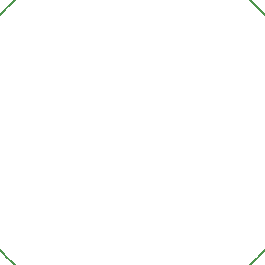
<source format=gbr>
G04 DipTrace 2.4.0.2*
%INBoardOutline.gbr*%
%MOIN*%
%ADD11C,0.0055*%
%FSLAX44Y44*%
G04*
G70*
G90*
G75*
G01*
%LNBoardOutline*%
%LPD*%
X5667Y5667D2*
D11*
G03X14018Y14018I4176J4176D01*
G01*
G03X5667Y5667I-4176J-4176D01*
G01*
M02*

</source>
